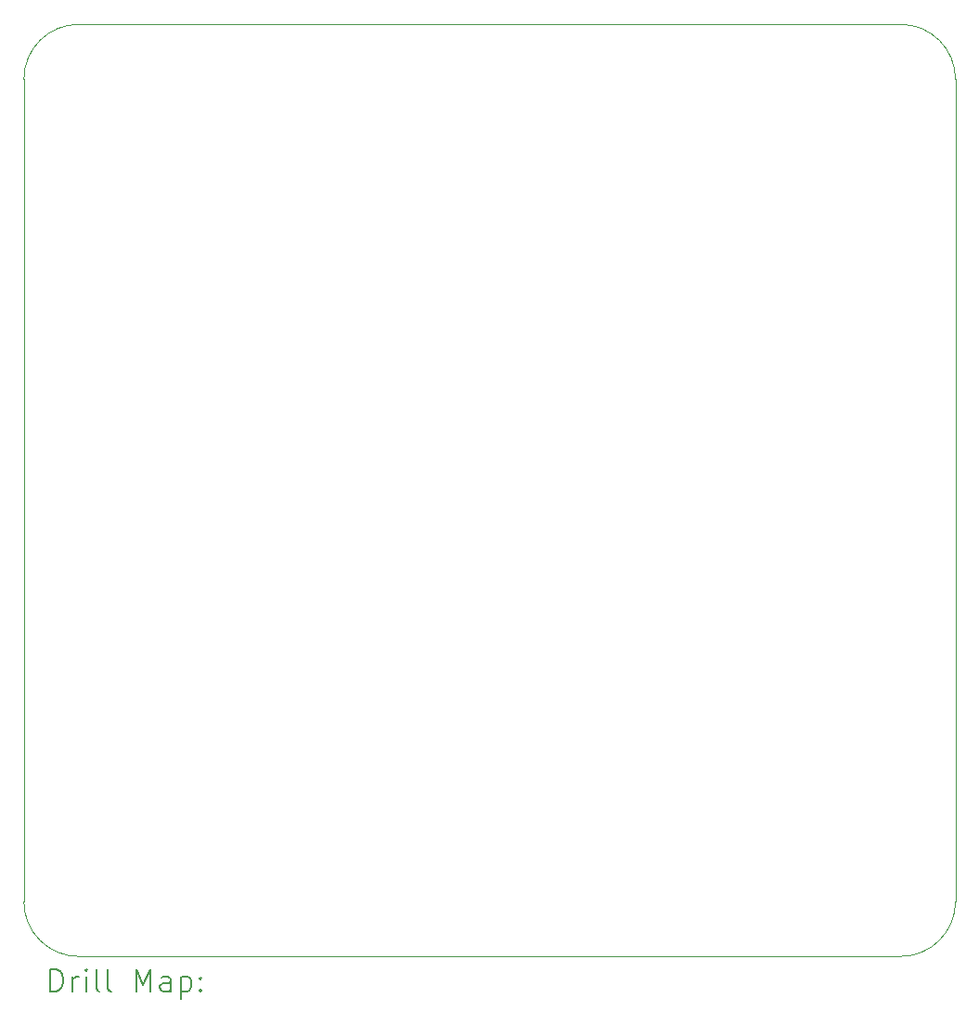
<source format=gbr>
%TF.GenerationSoftware,KiCad,Pcbnew,7.0.2-6a45011f42~172~ubuntu20.04.1*%
%TF.CreationDate,2023-05-04T18:05:37+02:00*%
%TF.ProjectId,EPS,4550532e-6b69-4636-9164-5f7063625858,v1.0.1*%
%TF.SameCoordinates,Original*%
%TF.FileFunction,Drillmap*%
%TF.FilePolarity,Positive*%
%FSLAX45Y45*%
G04 Gerber Fmt 4.5, Leading zero omitted, Abs format (unit mm)*
G04 Created by KiCad (PCBNEW 7.0.2-6a45011f42~172~ubuntu20.04.1) date 2023-05-04 18:05:37*
%MOMM*%
%LPD*%
G01*
G04 APERTURE LIST*
%ADD10C,0.100000*%
%ADD11C,0.200000*%
G04 APERTURE END LIST*
D10*
X11156210Y-5740860D02*
G75*
G03*
X10656210Y-6240860I0J-500000D01*
G01*
X10656210Y-13740860D02*
G75*
G03*
X11156210Y-14240860I500000J0D01*
G01*
X18656210Y-14240860D02*
G75*
G03*
X19156210Y-13740860I0J500000D01*
G01*
X19156210Y-6240860D02*
X19156210Y-13740860D01*
X11156210Y-5740860D02*
X18656210Y-5740860D01*
X10656210Y-13740860D02*
X10656210Y-6240860D01*
X18656210Y-14240860D02*
X11156210Y-14240860D01*
X19156210Y-6240860D02*
G75*
G03*
X18656210Y-5740860I-500000J0D01*
G01*
D11*
X10898829Y-14558384D02*
X10898829Y-14358384D01*
X10898829Y-14358384D02*
X10946448Y-14358384D01*
X10946448Y-14358384D02*
X10975020Y-14367908D01*
X10975020Y-14367908D02*
X10994067Y-14386955D01*
X10994067Y-14386955D02*
X11003591Y-14406003D01*
X11003591Y-14406003D02*
X11013115Y-14444098D01*
X11013115Y-14444098D02*
X11013115Y-14472669D01*
X11013115Y-14472669D02*
X11003591Y-14510765D01*
X11003591Y-14510765D02*
X10994067Y-14529812D01*
X10994067Y-14529812D02*
X10975020Y-14548860D01*
X10975020Y-14548860D02*
X10946448Y-14558384D01*
X10946448Y-14558384D02*
X10898829Y-14558384D01*
X11098829Y-14558384D02*
X11098829Y-14425050D01*
X11098829Y-14463146D02*
X11108353Y-14444098D01*
X11108353Y-14444098D02*
X11117877Y-14434574D01*
X11117877Y-14434574D02*
X11136924Y-14425050D01*
X11136924Y-14425050D02*
X11155972Y-14425050D01*
X11222638Y-14558384D02*
X11222638Y-14425050D01*
X11222638Y-14358384D02*
X11213115Y-14367908D01*
X11213115Y-14367908D02*
X11222638Y-14377431D01*
X11222638Y-14377431D02*
X11232162Y-14367908D01*
X11232162Y-14367908D02*
X11222638Y-14358384D01*
X11222638Y-14358384D02*
X11222638Y-14377431D01*
X11346448Y-14558384D02*
X11327400Y-14548860D01*
X11327400Y-14548860D02*
X11317877Y-14529812D01*
X11317877Y-14529812D02*
X11317877Y-14358384D01*
X11451210Y-14558384D02*
X11432162Y-14548860D01*
X11432162Y-14548860D02*
X11422638Y-14529812D01*
X11422638Y-14529812D02*
X11422638Y-14358384D01*
X11679781Y-14558384D02*
X11679781Y-14358384D01*
X11679781Y-14358384D02*
X11746448Y-14501241D01*
X11746448Y-14501241D02*
X11813115Y-14358384D01*
X11813115Y-14358384D02*
X11813115Y-14558384D01*
X11994067Y-14558384D02*
X11994067Y-14453622D01*
X11994067Y-14453622D02*
X11984543Y-14434574D01*
X11984543Y-14434574D02*
X11965496Y-14425050D01*
X11965496Y-14425050D02*
X11927400Y-14425050D01*
X11927400Y-14425050D02*
X11908353Y-14434574D01*
X11994067Y-14548860D02*
X11975019Y-14558384D01*
X11975019Y-14558384D02*
X11927400Y-14558384D01*
X11927400Y-14558384D02*
X11908353Y-14548860D01*
X11908353Y-14548860D02*
X11898829Y-14529812D01*
X11898829Y-14529812D02*
X11898829Y-14510765D01*
X11898829Y-14510765D02*
X11908353Y-14491717D01*
X11908353Y-14491717D02*
X11927400Y-14482193D01*
X11927400Y-14482193D02*
X11975019Y-14482193D01*
X11975019Y-14482193D02*
X11994067Y-14472669D01*
X12089305Y-14425050D02*
X12089305Y-14625050D01*
X12089305Y-14434574D02*
X12108353Y-14425050D01*
X12108353Y-14425050D02*
X12146448Y-14425050D01*
X12146448Y-14425050D02*
X12165496Y-14434574D01*
X12165496Y-14434574D02*
X12175019Y-14444098D01*
X12175019Y-14444098D02*
X12184543Y-14463146D01*
X12184543Y-14463146D02*
X12184543Y-14520288D01*
X12184543Y-14520288D02*
X12175019Y-14539336D01*
X12175019Y-14539336D02*
X12165496Y-14548860D01*
X12165496Y-14548860D02*
X12146448Y-14558384D01*
X12146448Y-14558384D02*
X12108353Y-14558384D01*
X12108353Y-14558384D02*
X12089305Y-14548860D01*
X12270258Y-14539336D02*
X12279781Y-14548860D01*
X12279781Y-14548860D02*
X12270258Y-14558384D01*
X12270258Y-14558384D02*
X12260734Y-14548860D01*
X12260734Y-14548860D02*
X12270258Y-14539336D01*
X12270258Y-14539336D02*
X12270258Y-14558384D01*
X12270258Y-14434574D02*
X12279781Y-14444098D01*
X12279781Y-14444098D02*
X12270258Y-14453622D01*
X12270258Y-14453622D02*
X12260734Y-14444098D01*
X12260734Y-14444098D02*
X12270258Y-14434574D01*
X12270258Y-14434574D02*
X12270258Y-14453622D01*
M02*

</source>
